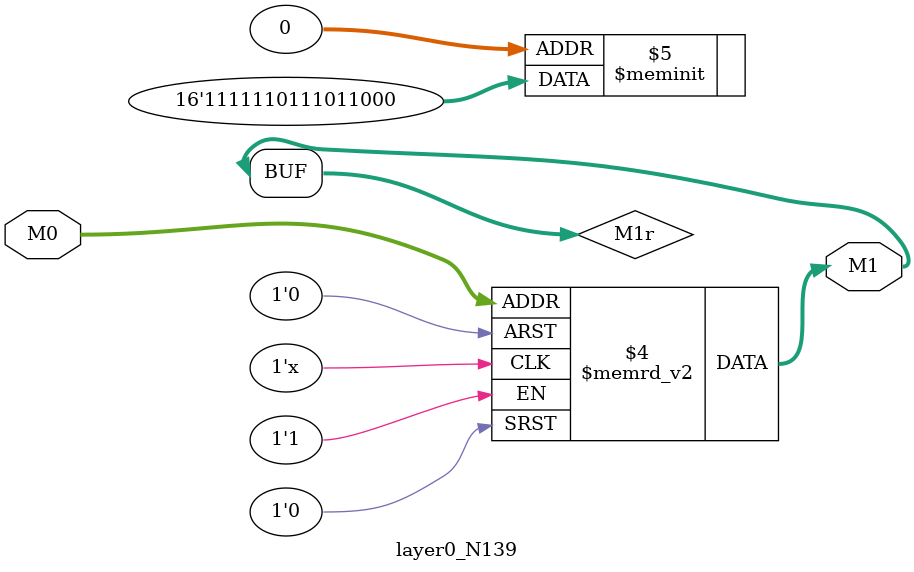
<source format=v>
module layer0_N139 ( input [2:0] M0, output [1:0] M1 );

	(*rom_style = "distributed" *) reg [1:0] M1r;
	assign M1 = M1r;
	always @ (M0) begin
		case (M0)
			3'b000: M1r = 2'b00;
			3'b100: M1r = 2'b01;
			3'b010: M1r = 2'b01;
			3'b110: M1r = 2'b11;
			3'b001: M1r = 2'b10;
			3'b101: M1r = 2'b11;
			3'b011: M1r = 2'b11;
			3'b111: M1r = 2'b11;

		endcase
	end
endmodule

</source>
